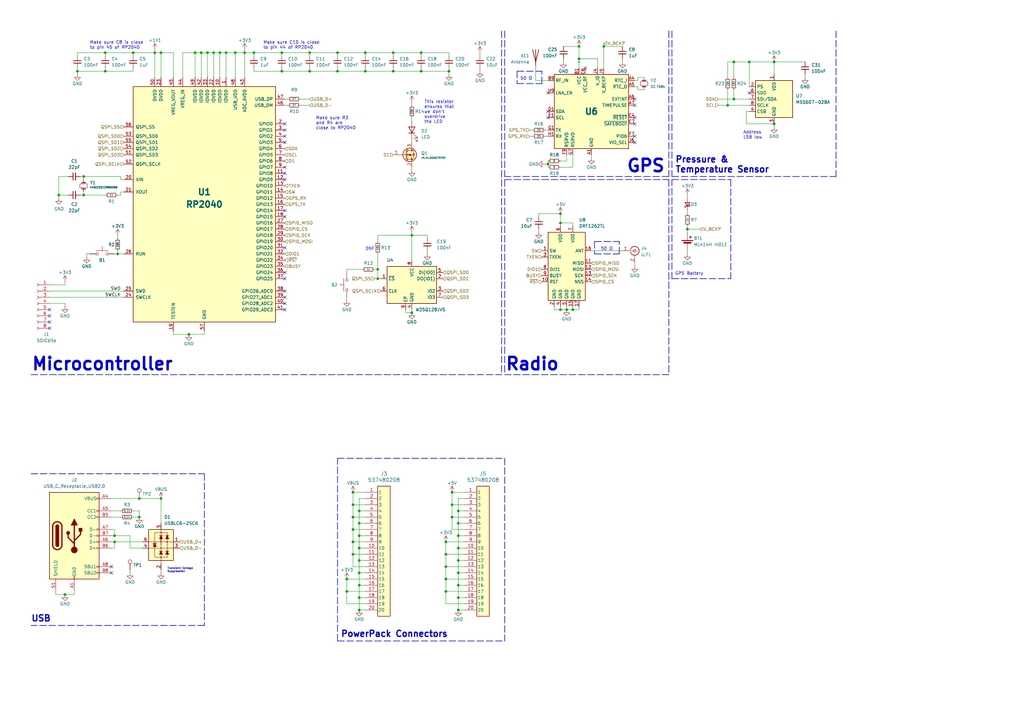
<source format=kicad_sch>
(kicad_sch (version 20230121) (generator eeschema)
  (paper "A3")
  (junction (at 100.33 21.59))
  (junction (at 46.99 222.25))
  (junction (at 187.96 240.03))
  (junction (at 187.96 219.71))
  (junction (at 154.94 114.3))
  (junction (at 48.26 104.14))
  (junction (at 307.34 25.4))
  (junction (at 182.88 237.49))
  (junction (at 142.24 237.49))
  (junction (at 147.32 209.55))
  (junction (at 31.75 29.21))
  (junction (at 92.71 21.59))
  (junction (at 147.32 224.79))
  (junction (at 104.14 21.59))
  (junction (at 187.96 229.87))
  (junction (at 161.29 29.21))
  (junction (at 185.42 207.01))
  (junction (at 147.32 234.95))
  (junction (at 144.78 222.25))
  (junction (at 154.94 110.49))
  (junction (at 144.78 207.01))
  (junction (at 144.78 212.09))
  (junction (at 147.32 250.19))
  (junction (at 147.32 219.71))
  (junction (at 63.5 21.59))
  (junction (at 147.32 214.63))
  (junction (at 149.86 29.21))
  (junction (at 66.04 204.47))
  (junction (at 317.5 50.8))
  (junction (at 147.32 240.03))
  (junction (at 185.42 212.09))
  (junction (at 247.65 19.05))
  (junction (at 232.41 127))
  (junction (at 185.42 201.93))
  (junction (at 229.87 127))
  (junction (at 149.86 21.59))
  (junction (at 187.96 245.11))
  (junction (at 147.32 245.11))
  (junction (at 237.49 19.05))
  (junction (at 96.52 21.59))
  (junction (at 317.5 25.4))
  (junction (at 26.67 243.84))
  (junction (at 224.79 67.31))
  (junction (at 187.96 234.95))
  (junction (at 281.94 93.98))
  (junction (at 127 21.59))
  (junction (at 234.95 127))
  (junction (at 298.45 43.18))
  (junction (at 144.78 201.93))
  (junction (at 34.29 80.01))
  (junction (at 138.43 21.59))
  (junction (at 147.32 229.87))
  (junction (at 85.09 21.59))
  (junction (at 66.04 21.59))
  (junction (at 138.43 29.21))
  (junction (at 187.96 224.79))
  (junction (at 161.29 21.59))
  (junction (at 300.99 40.64))
  (junction (at 168.91 128.27))
  (junction (at 43.18 21.59))
  (junction (at 115.57 21.59))
  (junction (at 142.24 242.57))
  (junction (at 184.15 29.21))
  (junction (at 57.15 204.47))
  (junction (at 172.72 21.59))
  (junction (at 87.63 21.59))
  (junction (at 229.87 91.44))
  (junction (at 34.29 72.39))
  (junction (at 24.13 80.01))
  (junction (at 172.72 29.21))
  (junction (at 127 29.21))
  (junction (at 144.78 217.17))
  (junction (at 237.49 24.13))
  (junction (at 300.99 25.4))
  (junction (at 57.15 212.09))
  (junction (at 168.91 96.52))
  (junction (at 54.61 21.59))
  (junction (at 187.96 214.63))
  (junction (at 80.01 21.59))
  (junction (at 182.88 242.57))
  (junction (at 77.47 137.16))
  (junction (at 182.88 232.41))
  (junction (at 43.18 29.21))
  (junction (at 187.96 209.55))
  (junction (at 82.55 21.59))
  (junction (at 187.96 250.19))
  (junction (at 46.99 219.71))
  (junction (at 229.87 87.63))
  (junction (at 144.78 227.33))
  (junction (at 90.17 21.59))
  (junction (at 182.88 227.33))
  (junction (at 182.88 222.25))
  (junction (at 115.57 29.21))
  (no_connect (at 45.72 234.95))
  (no_connect (at 260.35 50.8))
  (no_connect (at 45.72 232.41))
  (no_connect (at 116.84 50.8))
  (no_connect (at 20.32 134.62))
  (no_connect (at 116.84 114.3))
  (no_connect (at 20.32 132.08))
  (no_connect (at 116.84 86.36))
  (no_connect (at 20.32 129.54))
  (no_connect (at 116.84 55.88))
  (no_connect (at 260.35 58.42))
  (no_connect (at 260.35 48.26))
  (no_connect (at 116.84 127))
  (no_connect (at 116.84 73.66))
  (no_connect (at 240.03 27.94))
  (no_connect (at 224.79 45.72))
  (no_connect (at 116.84 111.76))
  (no_connect (at 116.84 53.34))
  (no_connect (at 116.84 88.9))
  (no_connect (at 116.84 101.6))
  (no_connect (at 224.79 48.26))
  (no_connect (at 116.84 119.38))
  (no_connect (at 224.79 38.1))
  (no_connect (at 116.84 58.42))
  (no_connect (at 20.32 127))
  (no_connect (at 307.34 38.1))
  (no_connect (at 260.35 40.64))
  (no_connect (at 260.35 43.18))
  (no_connect (at 116.84 121.92))
  (no_connect (at 116.84 71.12))
  (no_connect (at 116.84 68.58))
  (no_connect (at 116.84 124.46))
  (no_connect (at 260.35 55.88))
  (wire (pts (xy 45.72 217.17) (xy 46.99 217.17)))
  (wire (pts (xy 182.88 232.41) (xy 182.88 237.49)))
  (wire (pts (xy 307.34 25.4) (xy 317.5 25.4)))
  (wire (pts (xy 294.64 40.64) (xy 300.99 40.64)))
  (wire (pts (xy 96.52 21.59) (xy 100.33 21.59)))
  (wire (pts (xy 187.96 240.03) (xy 190.5 240.03)))
  (wire (pts (xy 168.91 57.15) (xy 168.91 58.42)))
  (wire (pts (xy 74.93 21.59) (xy 80.01 21.59)))
  (wire (pts (xy 92.71 21.59) (xy 92.71 31.75)))
  (wire (pts (xy 115.57 21.59) (xy 127 21.59)))
  (wire (pts (xy 116.84 40.64) (xy 118.11 40.64)))
  (wire (pts (xy 46.99 219.71) (xy 45.72 219.71)))
  (wire (pts (xy 24.13 72.39) (xy 27.94 72.39)))
  (wire (pts (xy 100.33 21.59) (xy 100.33 31.75)))
  (wire (pts (xy 154.94 96.52) (xy 168.91 96.52)))
  (wire (pts (xy 53.34 219.71) (xy 46.99 219.71)))
  (wire (pts (xy 217.17 53.34) (xy 218.44 53.34)))
  (wire (pts (xy 227.33 127) (xy 227.33 125.73)))
  (polyline (pts (xy 212.09 29.21) (xy 212.09 34.29)) (stroke (width 0.254) (type dash)))
  (wire (pts (xy 147.32 209.55) (xy 147.32 214.63)))
  (polyline (pts (xy 138.43 262.89) (xy 138.43 187.96)) (stroke (width 0.254) (type dash)))
  (wire (pts (xy 185.42 201.93) (xy 190.5 201.93)))
  (wire (pts (xy 46.99 104.14) (xy 48.26 104.14)))
  (wire (pts (xy 142.24 110.49) (xy 148.59 110.49)))
  (wire (pts (xy 43.18 29.21) (xy 43.18 27.94)))
  (wire (pts (xy 48.26 80.01) (xy 49.53 80.01)))
  (wire (pts (xy 182.88 227.33) (xy 182.88 232.41)))
  (wire (pts (xy 237.49 127) (xy 237.49 125.73)))
  (wire (pts (xy 196.85 27.94) (xy 196.85 29.21)))
  (wire (pts (xy 22.86 243.84) (xy 26.67 243.84)))
  (wire (pts (xy 330.2 30.48) (xy 330.2 31.75)))
  (polyline (pts (xy 138.43 187.96) (xy 207.01 187.96)) (stroke (width 0.254) (type dash)))
  (wire (pts (xy 300.99 36.83) (xy 300.99 40.64)))
  (wire (pts (xy 317.5 25.4) (xy 330.2 25.4)))
  (wire (pts (xy 80.01 21.59) (xy 82.55 21.59)))
  (wire (pts (xy 100.33 21.59) (xy 104.14 21.59)))
  (wire (pts (xy 182.88 237.49) (xy 182.88 242.57)))
  (wire (pts (xy 26.67 116.84) (xy 20.32 116.84)))
  (wire (pts (xy 229.87 66.04) (xy 232.41 66.04)))
  (wire (pts (xy 234.95 68.58) (xy 234.95 63.5)))
  (wire (pts (xy 184.15 22.86) (xy 184.15 21.59)))
  (wire (pts (xy 31.75 29.21) (xy 31.75 30.48)))
  (wire (pts (xy 237.49 24.13) (xy 245.11 24.13)))
  (wire (pts (xy 31.75 29.21) (xy 43.18 29.21)))
  (wire (pts (xy 154.94 114.3) (xy 156.21 114.3)))
  (polyline (pts (xy 83.82 256.54) (xy 12.7 256.54)) (stroke (width 0.254) (type dash)))
  (wire (pts (xy 31.75 27.94) (xy 31.75 29.21)))
  (wire (pts (xy 63.5 20.32) (xy 63.5 21.59)))
  (wire (pts (xy 147.32 240.03) (xy 149.86 240.03)))
  (wire (pts (xy 187.96 229.87) (xy 187.96 234.95)))
  (polyline (pts (xy 274.32 73.66) (xy 274.32 153.67)) (stroke (width 0.254) (type dash)))
  (wire (pts (xy 104.14 21.59) (xy 104.14 22.86)))
  (wire (pts (xy 53.34 219.71) (xy 53.34 224.79)))
  (wire (pts (xy 219.71 27.94) (xy 219.71 33.02)))
  (wire (pts (xy 220.98 88.9) (xy 220.98 87.63)))
  (wire (pts (xy 57.15 212.09) (xy 57.15 209.55)))
  (wire (pts (xy 231.14 19.05) (xy 237.49 19.05)))
  (polyline (pts (xy 83.82 194.31) (xy 83.82 256.54)) (stroke (width 0.254) (type dash)))
  (wire (pts (xy 168.91 127) (xy 168.91 128.27)))
  (wire (pts (xy 154.94 110.49) (xy 154.94 114.3)))
  (wire (pts (xy 45.72 204.47) (xy 57.15 204.47)))
  (wire (pts (xy 149.86 29.21) (xy 161.29 29.21)))
  (wire (pts (xy 281.94 93.98) (xy 287.02 93.98)))
  (wire (pts (xy 85.09 21.59) (xy 87.63 21.59)))
  (wire (pts (xy 87.63 21.59) (xy 90.17 21.59)))
  (wire (pts (xy 85.09 31.75) (xy 85.09 21.59)))
  (wire (pts (xy 229.87 127) (xy 227.33 127)))
  (wire (pts (xy 234.95 127) (xy 234.95 125.73)))
  (polyline (pts (xy 275.59 73.66) (xy 299.72 73.66)) (stroke (width 0.254) (type dash)))
  (wire (pts (xy 147.32 234.95) (xy 147.32 240.03)))
  (wire (pts (xy 92.71 21.59) (xy 96.52 21.59)))
  (wire (pts (xy 232.41 127) (xy 229.87 127)))
  (wire (pts (xy 224.79 67.31) (xy 223.52 67.31)))
  (wire (pts (xy 317.5 50.8) (xy 317.5 52.07)))
  (wire (pts (xy 115.57 29.21) (xy 127 29.21)))
  (wire (pts (xy 168.91 68.58) (xy 168.91 69.85)))
  (polyline (pts (xy 138.43 262.89) (xy 207.01 262.89)) (stroke (width 0.254) (type dash)))
  (wire (pts (xy 187.96 224.79) (xy 187.96 229.87)))
  (wire (pts (xy 168.91 95.25) (xy 168.91 96.52)))
  (wire (pts (xy 45.72 209.55) (xy 49.53 209.55)))
  (wire (pts (xy 20.32 121.92) (xy 50.8 121.92)))
  (polyline (pts (xy 205.74 12.7) (xy 205.74 153.67)) (stroke (width 0.254) (type dash)))
  (wire (pts (xy 196.85 21.59) (xy 196.85 22.86)))
  (wire (pts (xy 147.32 245.11) (xy 147.32 250.19)))
  (wire (pts (xy 71.12 31.75) (xy 71.12 21.59)))
  (wire (pts (xy 187.96 214.63) (xy 187.96 219.71)))
  (polyline (pts (xy 12.7 194.31) (xy 83.82 194.31)) (stroke (width 0.254) (type dash)))
  (wire (pts (xy 229.87 91.44) (xy 229.87 92.71)))
  (wire (pts (xy 33.02 80.01) (xy 34.29 80.01)))
  (wire (pts (xy 54.61 22.86) (xy 54.61 21.59)))
  (wire (pts (xy 223.52 55.88) (xy 224.79 55.88)))
  (wire (pts (xy 185.42 207.01) (xy 190.5 207.01)))
  (wire (pts (xy 82.55 21.59) (xy 85.09 21.59)))
  (wire (pts (xy 306.07 50.8) (xy 317.5 50.8)))
  (wire (pts (xy 30.48 243.84) (xy 26.67 243.84)))
  (wire (pts (xy 182.88 227.33) (xy 190.5 227.33)))
  (wire (pts (xy 147.32 219.71) (xy 147.32 224.79)))
  (wire (pts (xy 26.67 116.84) (xy 26.67 115.57)))
  (wire (pts (xy 50.8 73.66) (xy 49.53 73.66)))
  (wire (pts (xy 224.79 67.31) (xy 224.79 68.58)))
  (wire (pts (xy 261.62 33.02) (xy 261.62 31.75)))
  (wire (pts (xy 187.96 234.95) (xy 187.96 240.03)))
  (wire (pts (xy 43.18 29.21) (xy 54.61 29.21)))
  (wire (pts (xy 154.94 104.14) (xy 154.94 110.49)))
  (polyline (pts (xy 275.59 114.3) (xy 275.59 73.66)) (stroke (width 0.254) (type dash)))
  (wire (pts (xy 53.34 233.68) (xy 53.34 234.95)))
  (wire (pts (xy 187.96 245.11) (xy 190.5 245.11)))
  (wire (pts (xy 34.29 72.39) (xy 49.53 72.39)))
  (wire (pts (xy 142.24 121.92) (xy 142.24 123.19)))
  (wire (pts (xy 261.62 35.56) (xy 261.62 36.83)))
  (wire (pts (xy 260.35 33.02) (xy 261.62 33.02)))
  (wire (pts (xy 161.29 21.59) (xy 149.86 21.59)))
  (wire (pts (xy 26.67 124.46) (xy 20.32 124.46)))
  (wire (pts (xy 184.15 21.59) (xy 172.72 21.59)))
  (wire (pts (xy 144.78 222.25) (xy 149.86 222.25)))
  (wire (pts (xy 300.99 25.4) (xy 307.34 25.4)))
  (wire (pts (xy 300.99 31.75) (xy 300.99 25.4)))
  (wire (pts (xy 166.37 128.27) (xy 168.91 128.27)))
  (polyline (pts (xy 342.9 12.7) (xy 342.9 72.39)) (stroke (width 0.254) (type dash)))
  (wire (pts (xy 260.35 107.95) (xy 260.35 109.22)))
  (wire (pts (xy 247.65 19.05) (xy 255.27 19.05)))
  (wire (pts (xy 144.78 217.17) (xy 149.86 217.17)))
  (wire (pts (xy 172.72 21.59) (xy 161.29 21.59)))
  (polyline (pts (xy 275.59 114.3) (xy 299.72 114.3)) (stroke (width 0.254) (type dash)))
  (polyline (pts (xy 207.01 187.96) (xy 207.01 262.89)) (stroke (width 0.254) (type dash)))
  (wire (pts (xy 115.57 29.21) (xy 115.57 27.94)))
  (wire (pts (xy 187.96 224.79) (xy 190.5 224.79)))
  (wire (pts (xy 147.32 204.47) (xy 147.32 209.55)))
  (wire (pts (xy 187.96 214.63) (xy 190.5 214.63)))
  (wire (pts (xy 220.98 87.63) (xy 229.87 87.63)))
  (wire (pts (xy 34.29 72.39) (xy 33.02 72.39)))
  (wire (pts (xy 147.32 250.19) (xy 149.86 250.19)))
  (wire (pts (xy 147.32 224.79) (xy 149.86 224.79)))
  (wire (pts (xy 138.43 29.21) (xy 149.86 29.21)))
  (wire (pts (xy 46.99 217.17) (xy 46.99 219.71)))
  (wire (pts (xy 87.63 31.75) (xy 87.63 21.59)))
  (wire (pts (xy 298.45 25.4) (xy 300.99 25.4)))
  (wire (pts (xy 147.32 209.55) (xy 149.86 209.55)))
  (wire (pts (xy 53.34 224.79) (xy 58.42 224.79)))
  (wire (pts (xy 232.41 127) (xy 234.95 127)))
  (wire (pts (xy 147.32 229.87) (xy 147.32 234.95)))
  (wire (pts (xy 187.96 204.47) (xy 187.96 209.55)))
  (wire (pts (xy 190.5 204.47) (xy 187.96 204.47)))
  (wire (pts (xy 43.18 21.59) (xy 54.61 21.59)))
  (wire (pts (xy 153.67 110.49) (xy 154.94 110.49)))
  (wire (pts (xy 147.32 214.63) (xy 149.86 214.63)))
  (polyline (pts (xy 212.09 29.21) (xy 222.25 29.21)) (stroke (width 0.254) (type dash)))
  (wire (pts (xy 247.65 17.78) (xy 247.65 19.05)))
  (polyline (pts (xy 275.59 12.7) (xy 275.59 72.39)) (stroke (width 0.254) (type dash)))
  (polyline (pts (xy 12.7 153.67) (xy 205.74 153.67)) (stroke (width 0.254) (type dash)))
  (wire (pts (xy 66.04 204.47) (xy 66.04 214.63)))
  (wire (pts (xy 144.78 212.09) (xy 144.78 207.01)))
  (wire (pts (xy 66.04 21.59) (xy 63.5 21.59)))
  (wire (pts (xy 185.42 207.01) (xy 185.42 201.93)))
  (wire (pts (xy 147.32 240.03) (xy 147.32 245.11)))
  (wire (pts (xy 142.24 110.49) (xy 142.24 111.76)))
  (wire (pts (xy 35.56 104.14) (xy 36.83 104.14)))
  (wire (pts (xy 20.32 119.38) (xy 50.8 119.38)))
  (wire (pts (xy 49.53 78.74) (xy 49.53 80.01)))
  (wire (pts (xy 229.87 125.73) (xy 229.87 127)))
  (wire (pts (xy 172.72 21.59) (xy 172.72 22.86)))
  (wire (pts (xy 182.88 242.57) (xy 190.5 242.57)))
  (wire (pts (xy 147.32 234.95) (xy 149.86 234.95)))
  (wire (pts (xy 242.57 102.87) (xy 255.27 102.87)))
  (wire (pts (xy 115.57 22.86) (xy 115.57 21.59)))
  (wire (pts (xy 74.93 31.75) (xy 74.93 21.59)))
  (wire (pts (xy 154.94 96.52) (xy 154.94 99.06)))
  (wire (pts (xy 229.87 91.44) (xy 234.95 91.44)))
  (wire (pts (xy 34.29 78.74) (xy 34.29 80.01)))
  (wire (pts (xy 187.96 240.03) (xy 187.96 245.11)))
  (wire (pts (xy 48.26 104.14) (xy 48.26 102.87)))
  (wire (pts (xy 175.26 96.52) (xy 168.91 96.52)))
  (wire (pts (xy 149.86 21.59) (xy 138.43 21.59)))
  (wire (pts (xy 144.78 227.33) (xy 149.86 227.33)))
  (polyline (pts (xy 207.01 12.7) (xy 207.01 72.39)) (stroke (width 0.254) (type dash)))
  (wire (pts (xy 147.32 229.87) (xy 149.86 229.87)))
  (wire (pts (xy 317.5 25.4) (xy 317.5 30.48)))
  (wire (pts (xy 54.61 21.59) (xy 63.5 21.59)))
  (wire (pts (xy 168.91 96.52) (xy 168.91 106.68)))
  (polyline (pts (xy 274.32 12.7) (xy 274.32 72.39)) (stroke (width 0.254) (type dash)))
  (wire (pts (xy 49.53 73.66) (xy 49.53 72.39)))
  (wire (pts (xy 182.88 222.25) (xy 190.5 222.25)))
  (wire (pts (xy 161.29 29.21) (xy 172.72 29.21)))
  (wire (pts (xy 34.29 80.01) (xy 43.18 80.01)))
  (wire (pts (xy 161.29 27.94) (xy 161.29 29.21)))
  (wire (pts (xy 187.96 209.55) (xy 190.5 209.55)))
  (wire (pts (xy 231.14 24.13) (xy 231.14 25.4)))
  (wire (pts (xy 234.95 91.44) (xy 234.95 92.71)))
  (wire (pts (xy 45.72 212.09) (xy 49.53 212.09)))
  (polyline (pts (xy 207.01 73.66) (xy 274.32 73.66)) (stroke (width 0.254) (type dash)))
  (wire (pts (xy 57.15 209.55) (xy 54.61 209.55)))
  (wire (pts (xy 260.35 35.56) (xy 261.62 35.56)))
  (wire (pts (xy 30.48 242.57) (xy 30.48 243.84)))
  (wire (pts (xy 187.96 209.55) (xy 187.96 214.63)))
  (wire (pts (xy 90.17 31.75) (xy 90.17 21.59)))
  (wire (pts (xy 220.98 93.98) (xy 220.98 95.25)))
  (polyline (pts (xy 243.84 99.06) (xy 254 99.06)) (stroke (width 0.254) (type dash)))
  (polyline (pts (xy 275.59 72.39) (xy 342.9 72.39)) (stroke (width 0.254) (type dash)))
  (wire (pts (xy 31.75 21.59) (xy 43.18 21.59)))
  (wire (pts (xy 294.64 43.18) (xy 298.45 43.18)))
  (wire (pts (xy 116.84 43.18) (xy 118.11 43.18)))
  (wire (pts (xy 185.42 212.09) (xy 190.5 212.09)))
  (wire (pts (xy 281.94 93.98) (xy 281.94 95.25)))
  (wire (pts (xy 144.78 222.25) (xy 144.78 217.17)))
  (wire (pts (xy 187.96 234.95) (xy 190.5 234.95)))
  (wire (pts (xy 26.67 124.46) (xy 26.67 125.73)))
  (wire (pts (xy 142.24 237.49) (xy 142.24 242.57)))
  (wire (pts (xy 149.86 204.47) (xy 147.32 204.47)))
  (wire (pts (xy 123.19 40.64) (xy 127 40.64)))
  (wire (pts (xy 123.19 43.18) (xy 127 43.18)))
  (wire (pts (xy 168.91 41.91) (xy 168.91 43.18)))
  (wire (pts (xy 82.55 31.75) (xy 82.55 21.59)))
  (wire (pts (xy 63.5 21.59) (xy 63.5 31.75)))
  (wire (pts (xy 144.78 201.93) (xy 149.86 201.93)))
  (wire (pts (xy 261.62 31.75) (xy 264.16 31.75)))
  (polyline (pts (xy 207.01 73.66) (xy 207.01 153.67)) (stroke (width 0.254) (type dash)))
  (wire (pts (xy 43.18 22.86) (xy 43.18 21.59)))
  (wire (pts (xy 168.91 48.26) (xy 168.91 49.53)))
  (wire (pts (xy 35.56 105.41) (xy 35.56 104.14)))
  (wire (pts (xy 147.32 245.11) (xy 149.86 245.11)))
  (wire (pts (xy 45.72 222.25) (xy 46.99 222.25)))
  (wire (pts (xy 147.32 224.79) (xy 147.32 229.87)))
  (wire (pts (xy 144.78 227.33) (xy 144.78 222.25)))
  (wire (pts (xy 229.87 68.58) (xy 234.95 68.58)))
  (wire (pts (xy 142.24 247.65) (xy 142.24 242.57)))
  (wire (pts (xy 144.78 232.41) (xy 144.78 227.33)))
  (wire (pts (xy 127 27.94) (xy 127 29.21)))
  (wire (pts (xy 71.12 21.59) (xy 66.04 21.59)))
  (wire (pts (xy 100.33 20.32) (xy 100.33 21.59)))
  (wire (pts (xy 54.61 27.94) (xy 54.61 29.21)))
  (wire (pts (xy 187.96 219.71) (xy 187.96 224.79)))
  (polyline (pts (xy 212.09 34.29) (xy 222.25 34.29)) (stroke (width 0.254) (type dash)))
  (wire (pts (xy 187.96 229.87) (xy 190.5 229.87)))
  (wire (pts (xy 46.99 222.25) (xy 46.99 224.79)))
  (wire (pts (xy 24.13 80.01) (xy 27.94 80.01)))
  (wire (pts (xy 144.78 232.41) (xy 149.86 232.41)))
  (wire (pts (xy 281.94 80.01) (xy 281.94 81.28)))
  (polyline (pts (xy 243.84 104.14) (xy 254 104.14)) (stroke (width 0.254) (type dash)))
  (wire (pts (xy 147.32 219.71) (xy 149.86 219.71)))
  (wire (pts (xy 175.26 102.87) (xy 175.26 104.14)))
  (wire (pts (xy 190.5 247.65) (xy 182.88 247.65)))
  (wire (pts (xy 281.94 86.36) (xy 281.94 87.63)))
  (wire (pts (xy 144.78 212.09) (xy 149.86 212.09)))
  (wire (pts (xy 187.96 250.19) (xy 190.5 250.19)))
  (wire (pts (xy 104.14 21.59) (xy 115.57 21.59)))
  (wire (pts (xy 298.45 31.75) (xy 298.45 25.4)))
  (wire (pts (xy 182.88 222.25) (xy 182.88 227.33)))
  (wire (pts (xy 149.86 21.59) (xy 149.86 22.86)))
  (wire (pts (xy 237.49 19.05) (xy 237.49 24.13)))
  (wire (pts (xy 306.07 45.72) (xy 306.07 50.8)))
  (wire (pts (xy 147.32 214.63) (xy 147.32 219.71)))
  (wire (pts (xy 306.07 45.72) (xy 307.34 45.72)))
  (wire (pts (xy 172.72 27.94) (xy 172.72 29.21)))
  (wire (pts (xy 224.79 66.04) (xy 224.79 67.31)))
  (wire (pts (xy 261.62 36.83) (xy 264.16 36.83)))
  (wire (pts (xy 127 29.21) (xy 138.43 29.21)))
  (wire (pts (xy 237.49 24.13) (xy 237.49 27.94)))
  (wire (pts (xy 182.88 232.41) (xy 190.5 232.41)))
  (wire (pts (xy 234.95 127) (xy 237.49 127)))
  (wire (pts (xy 281.94 92.71) (xy 281.94 93.98)))
  (polyline (pts (xy 274.32 72.39) (xy 207.01 72.39)) (stroke (width 0.254) (type dash)))
  (polyline (pts (xy 243.84 99.06) (xy 243.84 104.14)) (stroke (width 0.254) (type dash)))
  (wire (pts (xy 307.34 35.56) (xy 307.34 25.4)))
  (wire (pts (xy 298.45 36.83) (xy 298.45 43.18)))
  (wire (pts (xy 219.71 33.02) (xy 224.79 33.02)))
  (wire (pts (xy 77.47 137.16) (xy 83.82 137.16)))
  (wire (pts (xy 182.88 247.65) (xy 182.88 242.57)))
  (wire (pts (xy 187.96 219.71) (xy 190.5 219.71)))
  (wire (pts (xy 172.72 29.21) (xy 184.15 29.21)))
  (wire (pts (xy 96.52 31.75) (xy 96.52 21.59)))
  (wire (pts (xy 34.29 73.66) (xy 34.29 72.39)))
  (wire (pts (xy 50.8 78.74) (xy 49.53 78.74)))
  (wire (pts (xy 104.14 27.94) (xy 104.14 29.21)))
  (wire (pts (xy 245.11 27.94) (xy 245.11 24.13)))
  (wire (pts (xy 300.99 40.64) (xy 307.34 40.64)))
  (wire (pts (xy 66.04 233.68) (xy 66.04 234.95)))
  (wire (pts (xy 48.26 96.52) (xy 48.26 97.79)))
  (wire (pts (xy 185.42 217.17) (xy 185.42 212.09)))
  (wire (pts (xy 281.94 102.87) (xy 281.94 104.14)))
  (wire (pts (xy 142.24 242.57) (xy 149.86 242.57)))
  (wire (pts (xy 24.13 80.01) (xy 24.13 81.28)))
  (wire (pts (xy 31.75 22.86) (xy 31.75 21.59)))
  (wire (pts (xy 247.65 19.05) (xy 247.65 27.94)))
  (wire (pts (xy 149.86 27.94) (xy 149.86 29.21)))
  (wire (pts (xy 54.61 212.09) (xy 57.15 212.09)))
  (wire (pts (xy 48.26 104.14) (xy 50.8 104.14)))
  (wire (pts (xy 80.01 31.75) (xy 80.01 21.59)))
  (wire (pts (xy 57.15 204.47) (xy 66.04 204.47)))
  (wire (pts (xy 127 21.59) (xy 138.43 21.59)))
  (wire (pts (xy 232.41 125.73) (xy 232.41 127)))
  (wire (pts (xy 184.15 27.94) (xy 184.15 29.21)))
  (wire (pts (xy 185.42 217.17) (xy 190.5 217.17)))
  (wire (pts (xy 24.13 72.39) (xy 24.13 80.01)))
  (wire (pts (xy 161.29 21.59) (xy 161.29 22.86)))
  (wire (pts (xy 217.17 55.88) (xy 218.44 55.88)))
  (wire (pts (xy 83.82 135.89) (xy 83.82 137.16)))
  (wire (pts (xy 46.99 224.79) (xy 45.72 224.79)))
  (polyline (pts (xy 254 104.14) (xy 254 99.06)) (stroke (width 0.254) (type dash)))
  (wire (pts (xy 166.37 127) (xy 166.37 128.27)))
  (wire (pts (xy 229.87 87.63) (xy 229.87 91.44)))
  (wire (pts (xy 142.24 237.49) (xy 149.86 237.49)))
  (polyline (pts (xy 274.32 153.67) (xy 207.01 153.67)) (stroke (width 0.254) (type dash)))
  (wire (pts (xy 242.57 63.5) (xy 242.57 64.77)))
  (wire (pts (xy 182.88 237.49) (xy 190.5 237.49)))
  (wire (pts (xy 66.04 31.75) (xy 66.04 21.59)))
  (wire (pts (xy 138.43 27.94) (xy 138.43 29.21)))
  (wire (pts (xy 144.78 207.01) (xy 149.86 207.01)))
  (wire (pts (xy 149.86 247.65) (xy 142.24 247.65)))
  (wire (pts (xy 184.15 29.21) (xy 184.15 30.48)))
  (polyline (pts (xy 299.72 73.66) (xy 299.72 114.3)) (stroke (width 0.254) (type dash)))
  (wire (pts (xy 22.86 242.57) (xy 22.86 243.84)))
  (wire (pts (xy 144.78 207.01) (xy 144.78 201.93)))
  (wire (pts (xy 232.41 66.04) (xy 232.41 63.5)))
  (wire (pts (xy 127 22.86) (xy 127 21.59)))
  (wire (pts (xy 71.12 137.16) (xy 71.12 135.89)))
  (wire (pts (xy 153.67 114.3) (xy 154.94 114.3)))
  (wire (pts (xy 138.43 21.59) (xy 138.43 22.86)))
  (wire (pts (xy 175.26 97.79) (xy 175.26 96.52)))
  (wire (pts (xy 223.52 53.34) (xy 224.79 53.34)))
  (wire (pts (xy 187.96 245.11) (xy 187.96 250.19)))
  (wire (pts (xy 90.17 21.59) (xy 92.71 21.59)))
  (wire (pts (xy 46.99 222.25) (xy 58.42 222.25)))
  (polyline (pts (xy 222.25 34.29) (xy 222.25 29.21)) (stroke (width 0.254) (type dash)))
  (wire (pts (xy 144.78 217.17) (xy 144.78 212.09)))
  (wire (pts (xy 77.47 137.16) (xy 71.12 137.16)))
  (wire (pts (xy 104.14 29.21) (xy 115.57 29.21)))
  (wire (pts (xy 185.42 212.09) (xy 185.42 207.01)))
  (wire (pts (xy 255.27 24.13) (xy 255.27 25.4)))
  (wire (pts (xy 298.45 43.18) (xy 307.34 43.18)))
  (text "GPS Battery" (at 276.86 113.03 0) (effects (font (size 1.27 1.27)) (justify left bottom)))
  (text "USB" (at 12.7 255.27 0) (effects (font (size 2.54 2.54) (thickness 0.508) bold) (justify left bottom)))
  (text "Transient Voltage\nSuppression" (at 68.58 234.95 0) (effects (font (size 0.8 0.8)) (justify left bottom)))
  (text "PowerPack Connectors" (at 139.7 261.62 0) (effects (font (size 2.54 2.54) (thickness 0.508) bold) (justify left bottom)))
  (text "DNF" (at 153.67 102.87 0) (effects (font (size 1.27 1.27)) (justify right bottom)))
  (text "Make sure R3 \nand R4 are \nclose to RP2040" (at 129.54 53.34 0) (effects (font (size 1.27 1.27)) (justify left bottom)))
  (text "This resistor \nensures that \nwe don't \noverdrive \nthe LED" (at 173.99 50.8 0) (effects (font (size 1.27 1.27)) (justify left bottom)))
  (text "Pressure &\nTemperature Sensor" (at 276.86 71.12 0) (effects (font (size 2.54 2.54) (thickness 0.508) bold) (justify left bottom)))
  (text "50 Ω" (at 213.36 33.02 0) (effects (font (size 1.27 1.27)) (justify left bottom)))
  (text "Make sure C10 is close \nto pin 44 of RP2040" (at 107.95 20.32 0) (effects (font (size 1.27 1.27)) (justify left bottom)))
  (text "Make sure C8 is close \nto pin 45 of RP2040" (at 36.83 20.32 0) (effects (font (size 1.27 1.27)) (justify left bottom)))
  (text "Microcontroller" (at 12.7 152.4 0) (effects (font (size 5.08 5.08) (thickness 1.016) bold) (justify left bottom)))
  (text "50 Ω" (at 246.38 102.87 0) (effects (font (size 1.27 1.27)) (justify left bottom)))
  (text "Radio" (at 207.01 152.4 0) (effects (font (size 5.08 5.08) (thickness 1.016) bold) (justify left bottom)))
  (text "GPS" (at 273.05 71.12 0) (effects (font (size 5.08 5.08) (thickness 1.016) bold) (justify right bottom)))
  (text "Address \nLSB low" (at 304.8 57.15 0) (effects (font (size 1.27 1.27)) (justify left bottom)))
  (label "SWD" (at 49.53 119.38 180))
  (label "SWCLK" (at 49.53 121.92 180))
  (hierarchical_label "V_BCKP" (shape input) (at 287.02 93.98 0))
  (hierarchical_label "TXEN" (shape input) (at 222.25 105.41 180))
  (hierarchical_label "GPS_RX" (shape input) (at 217.17 55.88 180))
  (hierarchical_label "SPI0_MOSI" (shape input) (at 242.57 110.49 0))
  (hierarchical_label "SCL" (shape input) (at 294.64 43.18 180))
  (hierarchical_label "QSPI_SD0" (shape input) (at 181.61 111.76 0))
  (hierarchical_label "~{RST}" (shape input) (at 116.84 106.68 0))
  (hierarchical_label "SDA" (shape input) (at 116.84 60.96 0))
  (hierarchical_label "D1" (shape input) (at 161.29 63.5 180))
  (hierarchical_label "QSPI_SD2" (shape input) (at 181.61 119.38 0))
  (hierarchical_label "QSPI_SS" (shape input) (at 153.67 114.3 180))
  (hierarchical_label "DIO1" (shape input) (at 116.84 104.14 0))
  (hierarchical_label "USB_D-" (shape input) (at 127 43.18 0))
  (hierarchical_label "BUSY" (shape input) (at 222.25 113.03 180))
  (hierarchical_label "QSPI_SCLK" (shape input) (at 50.8 67.31 180))
  (hierarchical_label "SPI0_MOSI" (shape input) (at 116.84 99.06 0))
  (hierarchical_label "D1" (shape input) (at 116.84 66.04 0))
  (hierarchical_label "SW" (shape input) (at 116.84 78.74 0))
  (hierarchical_label "USB_D-" (shape input) (at 73.66 224.79 0))
  (hierarchical_label "SCL" (shape input) (at 116.84 63.5 0))
  (hierarchical_label "DIO1" (shape input) (at 222.25 110.49 180))
  (hierarchical_label "USB_D+" (shape input) (at 127 40.64 0))
  (hierarchical_label "GPS_RX" (shape input) (at 116.84 81.28 0))
  (hierarchical_label "SPI0_SCK" (shape input) (at 242.57 113.03 0))
  (hierarchical_label "USB_D+" (shape input) (at 73.66 222.25 0))
  (hierarchical_label "V_BCKP" (shape input) (at 247.65 17.78 0))
  (hierarchical_label "QSPI_SD3" (shape input) (at 50.8 63.5 180))
  (hierarchical_label "QSPI_SD0" (shape input) (at 50.8 55.88 180))
  (hierarchical_label "SDA" (shape input) (at 294.64 40.64 180))
  (hierarchical_label "GPS_TX" (shape input) (at 116.84 83.82 0))
  (hierarchical_label "SPI0_MISO" (shape input) (at 242.57 107.95 0))
  (hierarchical_label "GPS_TX" (shape input) (at 217.17 53.34 180))
  (hierarchical_label "QSPI_SD1" (shape input) (at 50.8 58.42 180))
  (hierarchical_label "SW" (shape input) (at 222.25 102.87 180))
  (hierarchical_label "QSPI_SS" (shape input) (at 50.8 52.07 180))
  (hierarchical_label "BUSY" (shape input) (at 116.84 109.22 0))
  (hierarchical_label "SPI0_MISO" (shape input) (at 116.84 91.44 0))
  (hierarchical_label "QSPI_SCLK" (shape input) (at 156.21 119.38 180))
  (hierarchical_label "SPI0_SCK" (shape input) (at 116.84 96.52 0))
  (hierarchical_label "SPI0_CS" (shape input) (at 242.57 115.57 0))
  (hierarchical_label "QSPI_SD1" (shape input) (at 181.61 114.3 0))
  (hierarchical_label "QSPI_SD2" (shape input) (at 50.8 60.96 180))
  (hierarchical_label "~{RST}" (shape input) (at 222.25 115.57 180))
  (hierarchical_label "SPI0_CS" (shape input) (at 116.84 93.98 0))
  (hierarchical_label "QSPI_SD3" (shape input) (at 181.61 121.92 0))
  (hierarchical_label "TXEN" (shape input) (at 116.84 76.2 0))
  (symbol (lib_id "Device:Crystal_Small") (at 34.29 76.2 90) (unit 1)
    (property "Reference" "Y1" (at 36.83 74.93 90) (effects (justify right)))
    (property "Value" "445I23D12M00000" (at 36.83 76.8351 90) (effects (font (size 0.8 0.8)) (justify right)))
    (property "Footprint" "Crystal:Crystal_SMD_5032-2Pin_5.0x3.2mm" (effects hide))
  )
  (symbol (lib_id "power:+5V") (at 229.87 87.63 0) (unit 1)
    (property "Reference" "#PWR048" (effects hide))
    (property "Value" "+5V" (at 229.87 83.82 0))
  )
  (symbol (lib_id "Device:Crystal_Small") (at 264.16 34.29 90) (unit 1)
    (property "Reference" "Y2" (at 266.7 33.02 90) (effects (justify right)))
    (property "Value" "32.768k" (at 266.7 35.56 90) (effects (font (size 1 1)) (justify right)))
    (property "Footprint" "Crystal:Crystal_SMD_3215-2Pin_3.2x1.5mm" (effects hide))
  )
  (symbol (lib_id "MCU_RaspberryPi:RP2040") (at 83.82 83.82 0) (unit 1)
    (property "Reference" "U1" (at 83.82 78.74 0) (effects (font (size 2.54 2.54) bold)))
    (property "Value" "RP2040" (at 83.82 83.82 0) (effects (font (size 2.54 2.54) bold)))
    (property "Footprint" "Rudolph_Lib:RP2040-QFN-56" (effects hide))
  )
  (symbol (lib_id "Device:C_Small") (at 104.14 25.4 0) (unit 1)
    (property "Reference" "C9" (at 106.68 24.13 0) (effects (justify left)))
    (property "Value" "1uF" (at 106.68 26.67 0) (effects (justify left)))
    (property "Footprint" "Capacitor_SMD:C_0402_1005Metric" (effects hide))
  )
  (symbol (lib_id "Device:R_Small") (at 300.99 34.29 0) (unit 1)
    (property "Reference" "R24" (at 302.26 34.29 0) (effects (justify left)))
    (property "Value" "10k" (at 300.99 34.29 90) (effects (font (size 0.8 0.8))))
    (property "Footprint" "Resistor_SMD:R_0402_1005Metric" (effects hide))
  )
  (symbol (lib_id "Device:C_Small") (at 30.48 80.01 90) (unit 1)
    (property "Reference" "C2" (at 30.48 83.82 90))
    (property "Value" "22pF" (at 30.48 86.36 90))
    (property "Footprint" "Capacitor_SMD:C_0603_1608Metric" (effects hide))
  )
  (symbol (lib_id "Terminator_Lib:MIA-M10Q") (at 242.57 45.72 0) (unit 1)
    (property "Reference" "U6" (at 242.57 45.72 0) (effects (font (size 2.54 2.54) bold)))
    (property "Value" "~" (at 237.49 25.4 0))
    (property "Footprint" "Rudolph_Lib:MIA-M10Q" (effects hide))
  )
  (symbol (lib_id "Device:C_Small") (at 31.75 25.4 0) (unit 1)
    (property "Reference" "C3" (at 34.29 24.13 0) (effects (justify left)))
    (property "Value" "100nF" (at 34.29 26.67 0) (effects (justify left)))
    (property "Footprint" "Capacitor_SMD:C_0402_1005Metric" (effects hide))
  )
  (symbol (lib_id "Switch:SW_Push") (at 41.91 104.14 0) (unit 1)
    (property "Reference" "B1" (at 41.91 106.68 0))
    (property "Value" "KMR2" (effects hide))
    (property "Footprint" "Button_Switch_SMD:SW_Push_1P1T_NO_CK_KMR2" (effects hide))
  )
  (symbol (lib_id "Device:C_Small") (at 184.15 25.4 0) (unit 1)
    (property "Reference" "C20" (at 186.69 24.13 0) (effects (justify left)))
    (property "Value" "100nF" (at 186.69 26.67 0) (effects (justify left)))
    (property "Footprint" "Capacitor_SMD:C_0402_1005Metric" (effects hide))
  )
  (symbol (lib_id "Device:R_Small") (at 220.98 55.88 90) (unit 1)
    (property "Reference" "R17" (at 220.98 58.42 90))
    (property "Value" "33" (at 220.98 55.88 90) (effects (font (size 0.8 0.8))))
    (property "Footprint" "Resistor_SMD:R_0402_1005Metric" (effects hide))
  )
  (symbol (lib_name "GND_21") (lib_id "power:GND") (at 231.14 25.4 0) (unit 1)
    (property "Reference" "#PWR039" (effects hide))
    (property "Value" "GND" (at 231.14 29.21 0))
  )
  (symbol (lib_id "Device:LED") (at 168.91 53.34 90) (unit 1)
    (property "Reference" "D2" (at 172.72 53.6574 90) (effects (justify right)))
    (property "Value" "LED" (at 172.72 56.1974 90) (effects (justify right)))
    (property "Footprint" "Diode_SMD:D_0603_1608Metric_Pad1.05x0.95mm_HandSolder" (effects hide))
  )
  (symbol (lib_id "power:GND") (at 175.26 104.14 0) (unit 1)
    (property "Reference" "#PWR033" (effects hide))
    (property "Value" "GND" (at 175.26 107.95 0))
  )
  (symbol (lib_id "Device:C_Small") (at 175.26 100.33 0) (unit 1)
    (property "Reference" "C19" (at 179.07 99.0662 0) (effects (justify left)))
    (property "Value" "100nF" (at 179.07 101.6062 0) (effects (justify left)))
    (property "Footprint" "Capacitor_SMD:C_0402_1005Metric" (effects hide))
  )
  (symbol (lib_id "Device:Antenna") (at 219.71 22.86 0) (mirror y) (unit 1)
    (property "Reference" "AE1" (at 217.17 22.86 0) (effects (justify left)))
    (property "Value" "Antenna" (at 217.17 25.4 0) (effects (justify left)))
    (property "Footprint" "Rudolph_Lib:ANT_1575AT_JOT-M" (effects hide))
  )
  (symbol (lib_id "power:GND") (at 196.85 29.21 0) (unit 1)
    (property "Reference" "#PWR036" (effects hide))
    (property "Value" "GND" (at 196.85 33.02 0))
  )
  (symbol (lib_id "Memory_Flash:W25Q128JVS") (at 168.91 116.84 0) (unit 1)
    (property "Reference" "U4" (at 160.02 106.68 0))
    (property "Value" "W25Q128JVS" (at 176.53 127 0))
    (property "Footprint" "Rudolph_Lib:W25Q64JVZP" (effects hide))
    (property "Datasheet" "http://www.winbond.com/resource-files/w25q128jv_dtr%20revc%2003272018%20plus.pdf" (effects hide))
  )
  (symbol (lib_id "power:+3V3") (at 281.94 80.01 0) (unit 1)
    (property "Reference" "#PWR022" (effects hide))
    (property "Value" "+3V3" (at 281.94 76.2 0))
  )
  (symbol (lib_id "Rudolph_Lib:DRF1262TL") (at 232.41 105.41 0) (unit 1)
    (property "Reference" "U8" (at 237.49 90.17 0) (effects (justify left)))
    (property "Value" "DRF1262TL" (at 237.49 92.71 0) (effects (justify left)))
    (property "Footprint" "Rudolph_Lib:DRF1262TL" (effects hide))
  )
  (symbol (lib_id "power:GND") (at 184.15 30.48 0) (unit 1)
    (property "Reference" "#PWR034" (effects hide))
    (property "Value" "GND" (at 184.15 34.29 0))
  )
  (symbol (lib_id "Device:C_Small") (at 115.57 25.4 0) (unit 1)
    (property "Reference" "C10" (at 118.11 24.13 0) (effects (justify left)))
    (property "Value" "100nF" (at 118.11 26.67 0) (effects (justify left)))
    (property "Footprint" "Capacitor_SMD:C_0402_1005Metric" (effects hide))
  )
  (symbol (lib_name "GND_1") (lib_id "power:GND") (at 147.32 250.19 0) (unit 1)
    (property "Reference" "#PWR016" (effects hide))
    (property "Value" "GND" (at 147.32 254 0))
  )
  (symbol (lib_id "power:+3V3") (at 182.88 222.25 0) (unit 1)
    (property "Reference" "#PWR021" (effects hide))
    (property "Value" "+3V3" (at 182.88 218.44 0))
  )
  (symbol (lib_id "Device:R_Small") (at 45.72 80.01 90) (unit 1)
    (property "Reference" "R1" (at 45.72 82.55 90))
    (property "Value" "1k" (at 45.72 80.01 90) (effects (font (size 0.8 0.8))))
    (property "Footprint" "Resistor_SMD:R_0402_1005Metric" (effects hide))
  )
  (symbol (lib_id "power:+3V3") (at 168.91 95.25 0) (unit 1)
    (property "Reference" "#PWR030" (effects hide))
    (property "Value" "+3V3" (at 168.91 91.44 0))
  )
  (symbol (lib_id "Device:R_Small") (at 227.33 66.04 270) (unit 1)
    (property "Reference" "R18" (at 227.33 63.5 90))
    (property "Value" "0" (at 227.33 66.04 90) (effects (font (size 0.8 0.8))))
    (property "Footprint" "Resistor_SMD:R_0402_1005Metric" (effects hide))
  )
  (symbol (lib_id "power:+3V3") (at 48.26 96.52 0) (unit 1)
    (property "Reference" "#PWR07" (effects hide))
    (property "Value" "+3V3" (at 48.26 92.71 0))
  )
  (symbol (lib_name "GND_20") (lib_id "power:GND") (at 223.52 67.31 270) (unit 1)
    (property "Reference" "#PWR038" (effects hide))
    (property "Value" "GND" (at 220.98 67.31 90) (effects (justify right)))
  )
  (symbol (lib_id "power:GND") (at 142.24 123.19 0) (unit 1)
    (property "Reference" "#PWR025" (effects hide))
    (property "Value" "GND" (at 142.24 127 0))
  )
  (symbol (lib_id "Device:R_Small") (at 298.45 34.29 0) (unit 1)
    (property "Reference" "R23" (at 297.18 34.29 0) (effects (justify right)))
    (property "Value" "10k" (at 298.45 34.29 90) (effects (font (size 0.8 0.8))))
    (property "Footprint" "Resistor_SMD:R_0402_1005Metric" (effects hide))
  )
  (symbol (lib_id "Rudolph_Lib:537480208") (at 198.12 224.79 0) (unit 1)
    (property "Reference" "J5" (at 198.12 194.31 0) (effects (font (size 1.524 1.524))))
    (property "Value" "537480208" (at 198.12 196.85 0) (effects (font (size 1.524 1.524))))
    (property "Footprint" "CON_537480208" (effects hide))
    (property "Datasheet" "537480208" (effects hide))
  )
  (symbol (lib_id "Device:R_Small") (at 227.33 68.58 270) (unit 1)
    (property "Reference" "R19" (at 227.33 71.12 90))
    (property "Value" "0" (at 227.33 68.58 90) (effects (font (size 0.8 0.8))))
    (property "Footprint" "Resistor_SMD:R_0402_1005Metric" (effects hide))
  )
  (symbol (lib_name "GND_2") (lib_id "power:GND") (at 260.35 109.22 0) (unit 1)
    (property "Reference" "#PWR053" (effects hide))
    (property "Value" "GND" (at 260.35 113.03 0))
  )
  (symbol (lib_id "power:GND") (at 77.47 137.16 0) (unit 1)
    (property "Reference" "#PWR013" (effects hide))
    (property "Value" "GND" (at 77.47 140.97 0))
  )
  (symbol (lib_id "Device:R_Small") (at 151.13 110.49 90) (unit 1)
    (property "Reference" "R12" (at 151.13 107.95 90))
    (property "Value" "1k" (at 151.13 110.49 90) (effects (font (size 0.8 0.8))))
    (property "Footprint" "Resistor_SMD:R_0402_1005Metric" (effects hide))
  )
  (symbol (lib_id "power:GND") (at 330.2 31.75 0) (unit 1)
    (property "Reference" "#PWR051" (effects hide))
    (property "Value" "GND" (at 330.2 35.56 0))
  )
  (symbol (lib_id "Device:C_Small") (at 43.18 25.4 0) (unit 1)
    (property "Reference" "C4" (at 45.72 24.13 0) (effects (justify left)))
    (property "Value" "100nF" (at 45.72 26.67 0) (effects (justify left)))
    (property "Footprint" "Capacitor_SMD:C_0402_1005Metric" (effects hide))
  )
  (symbol (lib_id "power:GND") (at 31.75 30.48 0) (unit 1)
    (property "Reference" "#PWR05" (effects hide))
    (property "Value" "GND" (at 31.75 34.29 0))
  )
  (symbol (lib_id "power:GND") (at 168.91 128.27 0) (unit 1)
    (property "Reference" "#PWR031" (effects hide))
    (property "Value" "GND" (at 168.91 132.08 0))
  )
  (symbol (lib_id "Device:C_Small") (at 161.29 25.4 0) (unit 1)
    (property "Reference" "C16" (at 163.83 24.13 0) (effects (justify left)))
    (property "Value" "100nF" (at 163.83 26.67 0) (effects (justify left)))
    (property "Footprint" "Capacitor_SMD:C_0402_1005Metric" (effects hide))
  )
  (symbol (lib_name "GND_14") (lib_id "power:GND") (at 232.41 127 0) (unit 1)
    (property "Reference" "#PWR054" (effects hide))
    (property "Value" "GND" (at 232.41 130.81 0))
  )
  (symbol (lib_id "power:+3V3") (at 142.24 237.49 0) (unit 1)
    (property "Reference" "#PWR019" (effects hide))
    (property "Value" "+3V3" (at 142.24 233.68 0))
  )
  (symbol (lib_id "Diode_TVS_AKL:USBLC6-2SC6") (at 66.04 222.25 0) (mirror y) (unit 1)
    (property "Reference" "D1" (at 67.31 212.09 0) (effects (justify right)))
    (property "Value" "USBLC6-2SC6" (at 67.31 214.63 0) (effects (justify right)))
    (property "Footprint" "PCM_Package_TO_SOT_SMD_AKL:SOT-23-6" (effects hide))
    (property "Datasheet" "https://www.tme.eu/Document/db59d28d28a96c34f26d05f234ff409c/USBLC6-2.pdf" (effects hide))
  )
  (symbol (lib_id "Connector:USB_C_Receptacle_USB2.0") (at 30.48 219.71 0) (unit 1)
    (property "Reference" "J2" (at 30.48 196.85 0))
    (property "Value" "USB_C_Receptacle_USB2.0" (at 30.48 199.39 0))
    (property "Footprint" "Connector_USB:USB_C_Receptacle_GCT_USB4105-xx-A_16P_TopMnt_Horizontal" (effects hide))
    (property "Datasheet" "https://www.usb.org/sites/default/files/documents/usb_type-c.zip" (effects hide))
  )
  (symbol (lib_id "Device:C_Small") (at 30.48 72.39 90) (unit 1)
    (property "Reference" "C1" (at 30.4863 66.04 90))
    (property "Value" "22pF" (at 30.4863 68.58 90))
    (property "Footprint" "Capacitor_SMD:C_0603_1608Metric" (effects hide))
  )
  (symbol (lib_id "Device:C_Small") (at 255.27 21.59 0) (unit 1)
    (property "Reference" "C8" (at 257.81 20.3263 0) (effects (justify left)))
    (property "Value" "1uF" (at 257.81 22.8663 0) (effects (justify left)))
    (property "Footprint" "PCM_Resistor_SMD_AKL:R_0603_1608Metric_Pad0.98x0.95mm_HandSolder" (effects hide))
  )
  (symbol (lib_id "Device:C_Small") (at 127 25.4 0) (unit 1)
    (property "Reference" "C11" (at 129.54 24.13 0) (effects (justify left)))
    (property "Value" "100nF" (at 129.54 26.67 0) (effects (justify left)))
    (property "Footprint" "Capacitor_SMD:C_0402_1005Metric" (effects hide))
  )
  (symbol (lib_id "Device:C_Small") (at 196.85 25.4 0) (unit 1)
    (property "Reference" "C22" (at 199.39 24.13 0) (effects (justify left)))
    (property "Value" "10uF" (at 199.39 26.67 0) (effects (justify left)))
    (property "Footprint" "Capacitor_SMD:C_0603_1608Metric" (effects hide))
  )
  (symbol (lib_id "Device:R_Small") (at 48.26 100.33 0) (unit 1)
    (property "Reference" "R2" (at 45.72 100.33 0))
    (property "Value" "10k" (at 48.26 100.33 90) (effects (font (size 0.8 0.8))))
    (property "Footprint" "Resistor_SMD:R_0402_1005Metric" (effects hide))
  )
  (symbol (lib_id "power:GND") (at 317.5 52.07 0) (unit 1)
    (property "Reference" "#PWR050" (effects hide))
    (property "Value" "GND" (at 317.5 55.88 0))
  )
  (symbol (lib_id "Device:R_Small") (at 52.07 209.55 90) (unit 1)
    (property "Reference" "R3" (at 52.07 207.01 90))
    (property "Value" "5.1k" (at 52.07 209.55 90) (effects (font (size 0.8 0.8))))
    (property "Footprint" "Resistor_SMD:R_0402_1005Metric" (effects hide))
  )
  (symbol (lib_id "power:GND") (at 57.15 212.09 0) (unit 1)
    (property "Reference" "#PWR09" (effects hide))
    (property "Value" "GND" (at 57.15 215.9 0))
  )
  (symbol (lib_id "Rudolph_Lib:537480208") (at 157.48 224.79 0) (unit 1)
    (property "Reference" "J3" (at 157.48 194.31 0) (effects (font (size 1.524 1.524))))
    (property "Value" "537480208" (at 157.48 196.85 0) (effects (font (size 1.524 1.524))))
    (property "Footprint" "CON_537480208" (effects hide))
    (property "Datasheet" "537480208" (effects hide))
  )
  (symbol (lib_id "Device:R_Small") (at 120.65 43.18 90) (unit 1)
    (property "Reference" "R10" (at 120.65 45.72 90))
    (property "Value" "27" (at 120.65 43.18 90) (effects (font (size 0.8 0.8))))
    (property "Footprint" "Resistor_SMD:R_0402_1005Metric" (effects hide))
  )
  (symbol (lib_name "GND_22") (lib_id "power:GND") (at 255.27 25.4 0) (unit 1)
    (property "Reference" "#PWR020" (effects hide))
    (property "Value" "GND" (at 255.27 29.21 0))
  )
  (symbol (lib_id "power:+3V3") (at 168.91 41.91 0) (unit 1)
    (property "Reference" "#PWR028" (effects hide))
    (property "Value" "+3V3" (at 168.91 38.1 0))
  )
  (symbol (lib_id "power:GND") (at 168.91 69.85 0) (unit 1)
    (property "Reference" "#PWR029" (effects hide))
    (property "Value" "GND" (at 168.91 73.66 0))
  )
  (symbol (lib_id "Device:R_Small") (at 154.94 101.6 0) (unit 1)
    (property "Reference" "R13" (at 156.21 101.6 0) (effects (justify left)))
    (property "Value" "10k" (at 154.94 101.6 90) (effects (font (size 0.8 0.8))))
    (property "Footprint" "Resistor_SMD:R_0402_1005Metric" (effects hide))
  )
  (symbol (lib_id "Device:R_Small") (at 120.65 40.64 90) (unit 1)
    (property "Reference" "R9" (at 120.65 36.83 90))
    (property "Value" "27" (at 120.65 40.64 90) (effects (font (size 0.8 0.8))))
    (property "Footprint" "Resistor_SMD:R_0402_1005Metric" (effects hide))
  )
  (symbol (lib_id "Connector:TestPoint") (at 57.15 204.47 0) (unit 1)
    (property "Reference" "TP2" (at 58.42 202.565 0) (effects (justify left)))
    (property "Value" "TestPoint" (effects hide))
    (property "Footprint" "TestPoint:TestPoint_Pad_D1.0mm" (effects hide))
  )
  (symbol (lib_id "Device:R_Small") (at 168.91 45.72 0) (unit 1)
    (property "Reference" "R14" (at 170.18 45.72 0) (effects (justify left)))
    (property "Value" "590" (at 168.91 45.72 90) (effects (font (size 0.8 0.8))))
    (property "Footprint" "Resistor_SMD:R_0603_1608Metric" (effects hide))
  )
  (symbol (lib_name "GND_22") (lib_id "power:GND") (at 281.94 104.14 0) (unit 1)
    (property "Reference" "#PWR018" (effects hide))
    (property "Value" "GND" (at 281.94 107.95 0))
  )
  (symbol (lib_id "power:+3V3") (at 237.49 19.05 0) (unit 1)
    (property "Reference" "#PWR041" (effects hide))
    (property "Value" "+3V3" (at 237.49 15.24 0))
  )
  (symbol (lib_id "power:GND") (at 66.04 234.95 0) (unit 1)
    (property "Reference" "#PWR012" (effects hide))
    (property "Value" "GND" (at 66.04 238.76 0))
  )
  (symbol (lib_id "Device:Battery_Cell") (at 281.94 100.33 0) (unit 1)
    (property "Reference" "BT1" (at 284.48 97.79 0) (effects (justify left)))
    (property "Value" "ML414H IV01E" (at 284.48 100.33 0) (effects (justify left)))
    (property "Footprint" "Rudolph_Lib:SEIKO_ML414H_IV01E" (effects hide))
    (property "Datasheet" "https://mm.digikey.com/Volume0/opasdata/d220001/medias/docus/1148/ML414H_E.pdf" (effects hide))
  )
  (symbol (lib_id "Device:C_Small") (at 138.43 25.4 0) (unit 1)
    (property "Reference" "C12" (at 140.97 24.13 0) (effects (justify left)))
    (property "Value" "100nF" (at 140.97 26.67 0) (effects (justify left)))
    (property "Footprint" "Capacitor_SMD:C_0402_1005Metric" (effects hide))
  )
  (symbol (lib_id "power:+3V3") (at 100.33 20.32 0) (unit 1)
    (property "Reference" "#PWR017" (effects hide))
    (property "Value" "+3V3" (at 100.33 16.51 0))
  )
  (symbol (lib_id "Device:C_Small") (at 231.14 21.59 0) (mirror y) (unit 1)
    (property "Reference" "C25" (at 228.6 20.3263 0) (effects (justify left)))
    (property "Value" "100nF" (at 228.6 22.8663 0) (effects (justify left)))
    (property "Footprint" "Capacitor_SMD:C_0603_1608Metric" (effects hide))
  )
  (symbol (lib_id "power:GND") (at 26.67 125.73 0) (mirror y) (unit 1)
    (property "Reference" "#PWR03" (effects hide))
    (property "Value" "GND" (at 26.67 129.54 0))
  )
  (symbol (lib_id "Device:C_Small") (at 330.2 27.94 0) (unit 1)
    (property "Reference" "C31" (at 332.74 26.6762 0) (effects (justify left)))
    (property "Value" "100nF" (at 332.74 29.2162 0) (effects (justify left)))
    (property "Footprint" "Capacitor_SMD:C_0402_1005Metric" (effects hide))
  )
  (symbol (lib_id "power:+3V3") (at 196.85 21.59 0) (unit 1)
    (property "Reference" "#PWR035" (effects hide))
    (property "Value" "+3V3" (at 196.85 17.78 0))
  )
  (symbol (lib_id "Device:C_Small") (at 172.72 25.4 0) (unit 1)
    (property "Reference" "C18" (at 175.26 24.13 0) (effects (justify left)))
    (property "Value" "100nF" (at 175.26 26.67 0) (effects (justify left)))
    (property "Footprint" "Capacitor_SMD:C_0402_1005Metric" (effects hide))
  )
  (symbol (lib_name "GND_1") (lib_id "power:GND") (at 187.96 250.19 0) (unit 1)
    (property "Reference" "#PWR024" (effects hide))
    (property "Value" "GND" (at 187.96 254 0))
  )
  (symbol (lib_id "Device:R_Small") (at 52.07 212.09 90) (unit 1)
    (property "Reference" "R4" (at 52.07 214.63 90))
    (property "Value" "5.1k" (at 52.07 212.09 90) (effects (font (size 0.8 0.8))))
    (property "Footprint" "Resistor_SMD:R_0402_1005Metric" (effects hide))
  )
  (symbol (lib_id "power:GND") (at 35.56 105.41 0) (unit 1)
    (property "Reference" "#PWR06" (effects hide))
    (property "Value" "GND" (at 35.56 109.22 0))
  )
  (symbol (lib_id "Connector:Conn_01x08_Female") (at 15.24 124.46 0) (mirror y) (unit 1)
    (property "Reference" "J1" (at 19.05 137.16 0))
    (property "Value" "SOICbite" (at 19.05 139.7 0))
    (property "Footprint" "Rudolph_Lib:SOIC_clipProgSmall" (effects hide))
  )
  (symbol (lib_id "power:+3V3") (at 317.5 25.4 0) (unit 1)
    (property "Reference" "#PWR049" (effects hide))
    (property "Value" "+3V3" (at 317.5 21.59 0))
  )
  (symbol (lib_id "Sensor_Pressure:MS5607-02BA") (at 317.5 40.64 0) (unit 1)
    (property "Reference" "U7" (at 326.39 39.3699 0) (effects (justify left)))
    (property "Value" "MS5607-02BA" (at 326.39 41.9099 0) (effects (justify left)))
    (property "Footprint" "Package_LGA:LGA-8_3x5mm_P1.25mm" (effects hide))
    (property "Datasheet" "https://www.te.com/commerce/DocumentDelivery/DDEController?Action=showdoc&DocId=Data+Sheet%7FMS5607-02BA03%7FB2%7Fpdf%7FEnglish%7FENG_DS_MS5607-02BA03_B2.pdf%7FCAT-BLPS0035" (effects hide))
  )
  (symbol (lib_name "GND_13") (lib_id "power:GND") (at 220.98 95.25 0) (unit 1)
    (property "Reference" "#PWR014" (effects hide))
    (property "Value" "GND" (at 220.98 99.06 0))
  )
  (symbol (lib_id "power:GND") (at 24.13 81.28 0) (unit 1)
    (property "Reference" "#PWR01" (effects hide))
    (property "Value" "GND" (at 24.257 85.6742 0))
  )
  (symbol (lib_id "Switch:SW_Push") (at 142.24 116.84 90) (unit 1)
    (property "Reference" "B2" (at 137.16 116.84 90))
    (property "Value" "KMR2" (effects hide))
    (property "Footprint" "Button_Switch_SMD:SW_Push_1P1T_NO_CK_KMR2" (effects hide))
  )
  (symbol (lib_id "Device:Q_NMOS_GSD") (at 166.37 63.5 0) (unit 1)
    (property "Reference" "Q1" (at 172.72 62.865 0) (effects (justify left)))
    (property "Value" "IRLML0060TRPBF" (at 172.72 64.77 0) (effects (font (size 0.8 0.8)) (justify left)))
    (property "Footprint" "Package_TO_SOT_SMD:SOT-23-3" (effects hide))
  )
  (symbol (lib_id "power:+5V") (at 185.42 201.93 0) (unit 1)
    (property "Reference" "#PWR023" (effects hide))
    (property "Value" "+5V" (at 185.42 198.12 0))
  )
  (symbol (lib_id "Device:R_Small") (at 220.98 53.34 90) (unit 1)
    (property "Reference" "R16" (at 220.98 50.8 90))
    (property "Value" "33" (at 220.98 53.34 90) (effects (font (size 0.8 0.8))))
    (property "Footprint" "Resistor_SMD:R_0402_1005Metric" (effects hide))
  )
  (symbol (lib_id "Device:R_Small") (at 281.94 90.17 0) (unit 1)
    (property "Reference" "R7" (at 283.21 90.17 0) (effects (justify left)))
    (property "Value" "1k" (at 281.94 90.17 90) (effects (font (size 0.8 0.8))))
    (property "Footprint" "Resistor_SMD:R_0603_1608Metric" (effects hide))
  )
  (symbol (lib_id "Connector:Conn_Coaxial") (at 260.35 102.87 0) (unit 1)
    (property "Reference" "J4" (at 262.89 101.8932 0) (effects (justify left)))
    (property "Value" "U.FL" (at 262.89 104.4332 0) (effects (justify left)))
    (property "Footprint" "Connector_Coaxial:U.FL_Molex_MCRF_73412-0110_Vertical" (effects hide))
    (property "Datasheet" " ~" (effects hide))
  )
  (symbol (lib_id "power:+3V3") (at 26.67 115.57 0) (mirror y) (unit 1)
    (property "Reference" "#PWR02" (effects hide))
    (property "Value" "+3V3" (at 26.67 111.76 0))
  )
  (symbol (lib_id "Device:D_Schottky_Small") (at 281.94 83.82 90) (unit 1)
    (property "Reference" "D3" (at 283.21 83.82 90) (effects (justify right)))
    (property "Value" "NSR0530HT1G" (effects hide))
    (property "Footprint" "Diode_SMD:D_SOD-323_HandSoldering" (effects hide))
    (property "Datasheet" "https://www.onsemi.com/pdf/datasheet/nsr0530h-d.pdf" (effects hide))
  )
  (symbol (lib_id "power:VBUS") (at 144.78 201.93 0) (unit 1)
    (property "Reference" "#PWR015" (effects hide))
    (property "Value" "VBUS" (at 144.78 198.12 0))
  )
  (symbol (lib_name "GND_19") (lib_id "power:GND") (at 242.57 64.77 0) (unit 1)
    (property "Reference" "#PWR044" (effects hide))
    (property "Value" "GND" (at 242.57 68.58 0))
  )
  (symbol (lib_id "Connector:TestPoint") (at 53.34 233.68 0) (unit 1)
    (property "Reference" "TP1" (at 54.61 231.775 0) (effects (justify left)))
    (property "Value" "TestPoint" (effects hide))
    (property "Footprint" "TestPoint:TestPoint_Pad_D1.0mm" (effects hide))
  )
  (symbol (lib_id "power:GND") (at 53.34 234.95 0) (unit 1)
    (property "Reference" "#PWR08" (effects hide))
    (property "Value" "GND" (at 53.34 238.76 0))
  )
  (symbol (lib_id "Device:C_Small") (at 149.86 25.4 0) (unit 1)
    (property "Reference" "C14" (at 152.4 24.13 0) (effects (justify left)))
    (property "Value" "100nF" (at 152.4 26.67 0) (effects (justify left)))
    (property "Footprint" "Capacitor_SMD:C_0402_1005Metric" (effects hide))
  )
  (symbol (lib_id "Device:C_Small") (at 220.98 91.44 0) (unit 1)
    (property "Reference" "C7" (at 218.44 90.1763 0) (effects (justify right)))
    (property "Value" "10uF" (at 218.44 92.7163 0) (effects (justify right)))
    (property "Footprint" "Capacitor_SMD:C_0603_1608Metric" (effects hide))
  )
  (symbol (lib_name "GND_3") (lib_id "power:GND") (at 26.67 243.84 0) (unit 1)
    (property "Reference" "#PWR04" (effects hide))
    (property "Value" "GND" (at 26.67 247.65 0))
  )
  (symbol (lib_id "power:VBUS") (at 66.04 204.47 0) (unit 1)
    (property "Reference" "#PWR011" (effects hide))
    (property "Value" "VBUS" (at 66.04 200.66 0))
  )
  (symbol (lib_id "Device:C_Small") (at 54.61 25.4 0) (unit 1)
    (property "Reference" "C5" (at 57.15 24.13 0) (effects (justify left)))
    (property "Value" "1uF" (at 57.15 26.67 0) (effects (justify left)))
    (property "Footprint" "Capacitor_SMD:C_0402_1005Metric" (effects hide))
  )
  (symbol (lib_id "power:+1V1") (at 63.5 20.32 0) (unit 1)
    (property "Reference" "#PWR010" (effects hide))
    (property "Value" "+1V1" (at 63.5 16.51 0))
  )
)
</source>
